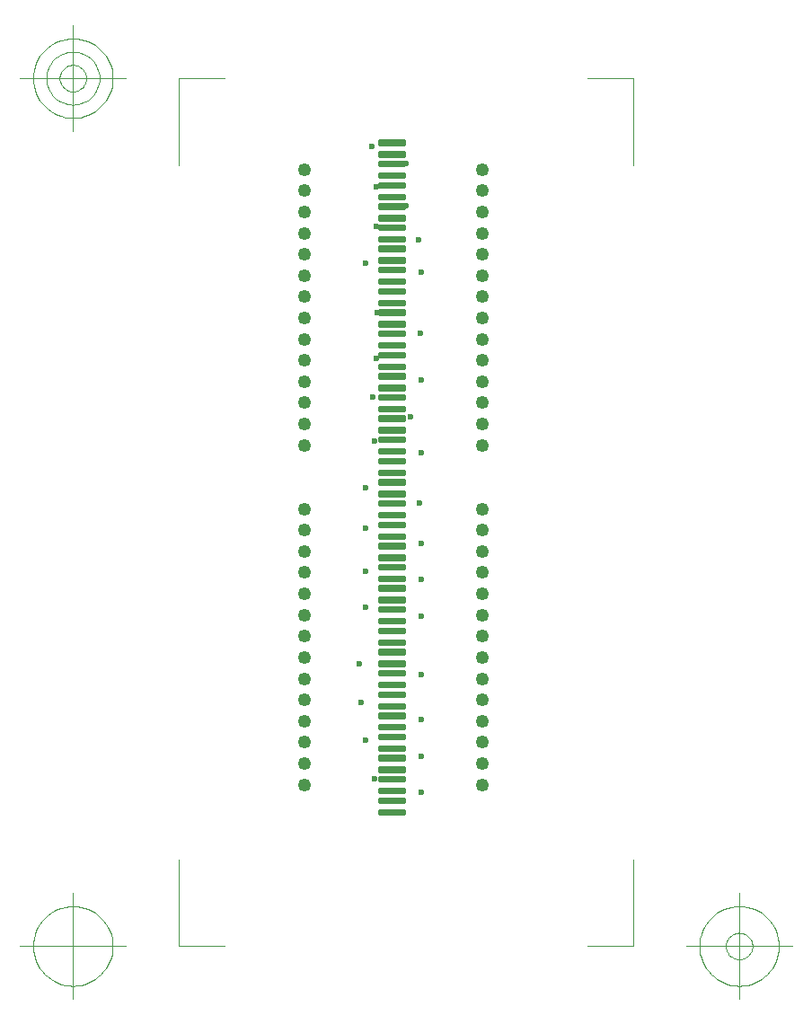
<source format=gbr>
G04 Generated by Ultiboard *
%FSLAX25Y25*%
%MOMM*%

%ADD10C,0.10000*%
%ADD11C,0.60000*%
%ADD12C,1.25000*%
%ADD13R,2.20000X0.20000*%
%ADD14C,0.40000*%


%LNSolder Mask Bottom*%
%LPD*%
%FSLAX25Y25*%
%MOMM*%
G54D10*
X-880000Y-880000D02*
X-880000Y-62000D01*
X-880000Y-880000D02*
X-452000Y-880000D01*
X3400000Y-880000D02*
X2972000Y-880000D01*
X3400000Y-880000D02*
X3400000Y-62000D01*
X3400000Y7300000D02*
X3400000Y6482000D01*
X3400000Y7300000D02*
X2972000Y7300000D01*
X-880000Y7300000D02*
X-452000Y7300000D01*
X-880000Y7300000D02*
X-880000Y6482000D01*
X-1380000Y-880000D02*
X-2380000Y-880000D01*
X-1880000Y-1380000D02*
X-1880000Y-380000D01*
X-1505000Y-880000D02*
X-1506806Y-843244D01*
X-1506806Y-843244D02*
X-1512206Y-806841D01*
X-1512206Y-806841D02*
X-1521147Y-771143D01*
X-1521147Y-771143D02*
X-1533545Y-736494D01*
X-1533545Y-736494D02*
X-1549280Y-703226D01*
X-1549280Y-703226D02*
X-1568199Y-671661D01*
X-1568199Y-671661D02*
X-1590121Y-642103D01*
X-1590121Y-642103D02*
X-1614835Y-614835D01*
X-1614835Y-614835D02*
X-1642103Y-590121D01*
X-1642103Y-590121D02*
X-1671661Y-568199D01*
X-1671661Y-568199D02*
X-1703226Y-549280D01*
X-1703226Y-549280D02*
X-1736494Y-533545D01*
X-1736494Y-533545D02*
X-1771143Y-521147D01*
X-1771143Y-521147D02*
X-1806841Y-512206D01*
X-1806841Y-512206D02*
X-1843244Y-506806D01*
X-1843244Y-506806D02*
X-1880000Y-505000D01*
X-1880000Y-505000D02*
X-1916756Y-506806D01*
X-1916756Y-506806D02*
X-1953159Y-512206D01*
X-1953159Y-512206D02*
X-1988857Y-521147D01*
X-1988857Y-521147D02*
X-2023506Y-533545D01*
X-2023506Y-533545D02*
X-2056774Y-549280D01*
X-2056774Y-549280D02*
X-2088339Y-568199D01*
X-2088339Y-568199D02*
X-2117897Y-590121D01*
X-2117897Y-590121D02*
X-2145165Y-614835D01*
X-2145165Y-614835D02*
X-2169879Y-642103D01*
X-2169879Y-642103D02*
X-2191801Y-671661D01*
X-2191801Y-671661D02*
X-2210720Y-703226D01*
X-2210720Y-703226D02*
X-2226455Y-736494D01*
X-2226455Y-736494D02*
X-2238853Y-771143D01*
X-2238853Y-771143D02*
X-2247794Y-806841D01*
X-2247794Y-806841D02*
X-2253194Y-843244D01*
X-2253194Y-843244D02*
X-2255000Y-880000D01*
X-2255000Y-880000D02*
X-2253194Y-916756D01*
X-2253194Y-916756D02*
X-2247794Y-953159D01*
X-2247794Y-953159D02*
X-2238853Y-988857D01*
X-2238853Y-988857D02*
X-2226455Y-1023506D01*
X-2226455Y-1023506D02*
X-2210720Y-1056774D01*
X-2210720Y-1056774D02*
X-2191801Y-1088339D01*
X-2191801Y-1088339D02*
X-2169879Y-1117897D01*
X-2169879Y-1117897D02*
X-2145165Y-1145165D01*
X-2145165Y-1145165D02*
X-2117897Y-1169879D01*
X-2117897Y-1169879D02*
X-2088339Y-1191801D01*
X-2088339Y-1191801D02*
X-2056774Y-1210720D01*
X-2056774Y-1210720D02*
X-2023506Y-1226455D01*
X-2023506Y-1226455D02*
X-1988857Y-1238853D01*
X-1988857Y-1238853D02*
X-1953159Y-1247794D01*
X-1953159Y-1247794D02*
X-1916756Y-1253194D01*
X-1916756Y-1253194D02*
X-1880000Y-1255000D01*
X-1880000Y-1255000D02*
X-1843244Y-1253194D01*
X-1843244Y-1253194D02*
X-1806841Y-1247794D01*
X-1806841Y-1247794D02*
X-1771143Y-1238853D01*
X-1771143Y-1238853D02*
X-1736494Y-1226455D01*
X-1736494Y-1226455D02*
X-1703226Y-1210720D01*
X-1703226Y-1210720D02*
X-1671661Y-1191801D01*
X-1671661Y-1191801D02*
X-1642103Y-1169879D01*
X-1642103Y-1169879D02*
X-1614835Y-1145165D01*
X-1614835Y-1145165D02*
X-1590121Y-1117897D01*
X-1590121Y-1117897D02*
X-1568199Y-1088339D01*
X-1568199Y-1088339D02*
X-1549280Y-1056774D01*
X-1549280Y-1056774D02*
X-1533545Y-1023506D01*
X-1533545Y-1023506D02*
X-1521147Y-988857D01*
X-1521147Y-988857D02*
X-1512206Y-953159D01*
X-1512206Y-953159D02*
X-1506806Y-916756D01*
X-1506806Y-916756D02*
X-1505000Y-880000D01*
X3900000Y-880000D02*
X4900000Y-880000D01*
X4400000Y-1380000D02*
X4400000Y-380000D01*
X4775000Y-880000D02*
X4773194Y-843244D01*
X4773194Y-843244D02*
X4767795Y-806841D01*
X4767795Y-806841D02*
X4758853Y-771143D01*
X4758853Y-771143D02*
X4746455Y-736494D01*
X4746455Y-736494D02*
X4730721Y-703226D01*
X4730721Y-703226D02*
X4711801Y-671661D01*
X4711801Y-671661D02*
X4689879Y-642103D01*
X4689879Y-642103D02*
X4665165Y-614835D01*
X4665165Y-614835D02*
X4637898Y-590121D01*
X4637898Y-590121D02*
X4608339Y-568199D01*
X4608339Y-568199D02*
X4576774Y-549280D01*
X4576774Y-549280D02*
X4543506Y-533545D01*
X4543506Y-533545D02*
X4508857Y-521147D01*
X4508857Y-521147D02*
X4473159Y-512206D01*
X4473159Y-512206D02*
X4436757Y-506806D01*
X4436757Y-506806D02*
X4400000Y-505000D01*
X4400000Y-505000D02*
X4363244Y-506806D01*
X4363244Y-506806D02*
X4326841Y-512206D01*
X4326841Y-512206D02*
X4291143Y-521147D01*
X4291143Y-521147D02*
X4256494Y-533545D01*
X4256494Y-533545D02*
X4223226Y-549280D01*
X4223226Y-549280D02*
X4191661Y-568199D01*
X4191661Y-568199D02*
X4162103Y-590121D01*
X4162103Y-590121D02*
X4134835Y-614835D01*
X4134835Y-614835D02*
X4110121Y-642103D01*
X4110121Y-642103D02*
X4088199Y-671661D01*
X4088199Y-671661D02*
X4069280Y-703226D01*
X4069280Y-703226D02*
X4053545Y-736494D01*
X4053545Y-736494D02*
X4041148Y-771143D01*
X4041148Y-771143D02*
X4032206Y-806841D01*
X4032206Y-806841D02*
X4026806Y-843244D01*
X4026806Y-843244D02*
X4025000Y-880000D01*
X4025000Y-880000D02*
X4026806Y-916756D01*
X4026806Y-916756D02*
X4032206Y-953159D01*
X4032206Y-953159D02*
X4041148Y-988857D01*
X4041148Y-988857D02*
X4053545Y-1023506D01*
X4053545Y-1023506D02*
X4069280Y-1056774D01*
X4069280Y-1056774D02*
X4088199Y-1088339D01*
X4088199Y-1088339D02*
X4110121Y-1117897D01*
X4110121Y-1117897D02*
X4134835Y-1145165D01*
X4134835Y-1145165D02*
X4162103Y-1169879D01*
X4162103Y-1169879D02*
X4191661Y-1191801D01*
X4191661Y-1191801D02*
X4223226Y-1210720D01*
X4223226Y-1210720D02*
X4256494Y-1226455D01*
X4256494Y-1226455D02*
X4291143Y-1238853D01*
X4291143Y-1238853D02*
X4326841Y-1247794D01*
X4326841Y-1247794D02*
X4363244Y-1253194D01*
X4363244Y-1253194D02*
X4400000Y-1255000D01*
X4400000Y-1255000D02*
X4436757Y-1253194D01*
X4436757Y-1253194D02*
X4473159Y-1247794D01*
X4473159Y-1247794D02*
X4508857Y-1238853D01*
X4508857Y-1238853D02*
X4543506Y-1226455D01*
X4543506Y-1226455D02*
X4576774Y-1210720D01*
X4576774Y-1210720D02*
X4608339Y-1191801D01*
X4608339Y-1191801D02*
X4637898Y-1169879D01*
X4637898Y-1169879D02*
X4665165Y-1145165D01*
X4665165Y-1145165D02*
X4689879Y-1117897D01*
X4689879Y-1117897D02*
X4711801Y-1088339D01*
X4711801Y-1088339D02*
X4730721Y-1056774D01*
X4730721Y-1056774D02*
X4746455Y-1023506D01*
X4746455Y-1023506D02*
X4758853Y-988857D01*
X4758853Y-988857D02*
X4767795Y-953159D01*
X4767795Y-953159D02*
X4773194Y-916756D01*
X4773194Y-916756D02*
X4775000Y-880000D01*
X4525000Y-880000D02*
X4524398Y-867748D01*
X4524398Y-867748D02*
X4522598Y-855614D01*
X4522598Y-855614D02*
X4519618Y-843715D01*
X4519618Y-843715D02*
X4515485Y-832165D01*
X4515485Y-832165D02*
X4510240Y-821076D01*
X4510240Y-821076D02*
X4503934Y-810554D01*
X4503934Y-810554D02*
X4496626Y-800701D01*
X4496626Y-800701D02*
X4488388Y-791612D01*
X4488388Y-791612D02*
X4479299Y-783374D01*
X4479299Y-783374D02*
X4469446Y-776066D01*
X4469446Y-776066D02*
X4458925Y-769760D01*
X4458925Y-769760D02*
X4447836Y-764515D01*
X4447836Y-764515D02*
X4436286Y-760383D01*
X4436286Y-760383D02*
X4424386Y-757402D01*
X4424386Y-757402D02*
X4412252Y-755602D01*
X4412252Y-755602D02*
X4400000Y-755000D01*
X4400000Y-755000D02*
X4387748Y-755602D01*
X4387748Y-755602D02*
X4375614Y-757402D01*
X4375614Y-757402D02*
X4363715Y-760383D01*
X4363715Y-760383D02*
X4352165Y-764515D01*
X4352165Y-764515D02*
X4341076Y-769760D01*
X4341076Y-769760D02*
X4330554Y-776066D01*
X4330554Y-776066D02*
X4320701Y-783374D01*
X4320701Y-783374D02*
X4311612Y-791612D01*
X4311612Y-791612D02*
X4303374Y-800701D01*
X4303374Y-800701D02*
X4296066Y-810554D01*
X4296066Y-810554D02*
X4289760Y-821076D01*
X4289760Y-821076D02*
X4284515Y-832165D01*
X4284515Y-832165D02*
X4280383Y-843715D01*
X4280383Y-843715D02*
X4277402Y-855614D01*
X4277402Y-855614D02*
X4275602Y-867748D01*
X4275602Y-867748D02*
X4275000Y-880000D01*
X4275000Y-880000D02*
X4275602Y-892252D01*
X4275602Y-892252D02*
X4277402Y-904386D01*
X4277402Y-904386D02*
X4280383Y-916286D01*
X4280383Y-916286D02*
X4284515Y-927835D01*
X4284515Y-927835D02*
X4289760Y-938925D01*
X4289760Y-938925D02*
X4296066Y-949446D01*
X4296066Y-949446D02*
X4303374Y-959299D01*
X4303374Y-959299D02*
X4311612Y-968388D01*
X4311612Y-968388D02*
X4320701Y-976626D01*
X4320701Y-976626D02*
X4330554Y-983934D01*
X4330554Y-983934D02*
X4341076Y-990240D01*
X4341076Y-990240D02*
X4352165Y-995485D01*
X4352165Y-995485D02*
X4363715Y-999618D01*
X4363715Y-999618D02*
X4375614Y-1002598D01*
X4375614Y-1002598D02*
X4387748Y-1004398D01*
X4387748Y-1004398D02*
X4400000Y-1005000D01*
X4400000Y-1005000D02*
X4412252Y-1004398D01*
X4412252Y-1004398D02*
X4424386Y-1002598D01*
X4424386Y-1002598D02*
X4436286Y-999618D01*
X4436286Y-999618D02*
X4447836Y-995485D01*
X4447836Y-995485D02*
X4458925Y-990240D01*
X4458925Y-990240D02*
X4469446Y-983934D01*
X4469446Y-983934D02*
X4479299Y-976626D01*
X4479299Y-976626D02*
X4488388Y-968388D01*
X4488388Y-968388D02*
X4496626Y-959299D01*
X4496626Y-959299D02*
X4503934Y-949446D01*
X4503934Y-949446D02*
X4510240Y-938925D01*
X4510240Y-938925D02*
X4515485Y-927835D01*
X4515485Y-927835D02*
X4519618Y-916286D01*
X4519618Y-916286D02*
X4522598Y-904386D01*
X4522598Y-904386D02*
X4524398Y-892252D01*
X4524398Y-892252D02*
X4525000Y-880000D01*
X-1380000Y7300000D02*
X-2380000Y7300000D01*
X-1880000Y6800000D02*
X-1880000Y7800000D01*
X-1505000Y7300000D02*
X-1506806Y7336757D01*
X-1506806Y7336757D02*
X-1512206Y7373159D01*
X-1512206Y7373159D02*
X-1521147Y7408857D01*
X-1521147Y7408857D02*
X-1533545Y7443506D01*
X-1533545Y7443506D02*
X-1549280Y7476774D01*
X-1549280Y7476774D02*
X-1568199Y7508339D01*
X-1568199Y7508339D02*
X-1590121Y7537898D01*
X-1590121Y7537898D02*
X-1614835Y7565165D01*
X-1614835Y7565165D02*
X-1642103Y7589879D01*
X-1642103Y7589879D02*
X-1671661Y7611801D01*
X-1671661Y7611801D02*
X-1703226Y7630721D01*
X-1703226Y7630721D02*
X-1736494Y7646455D01*
X-1736494Y7646455D02*
X-1771143Y7658853D01*
X-1771143Y7658853D02*
X-1806841Y7667795D01*
X-1806841Y7667795D02*
X-1843244Y7673194D01*
X-1843244Y7673194D02*
X-1880000Y7675000D01*
X-1880000Y7675000D02*
X-1916756Y7673194D01*
X-1916756Y7673194D02*
X-1953159Y7667795D01*
X-1953159Y7667795D02*
X-1988857Y7658853D01*
X-1988857Y7658853D02*
X-2023506Y7646455D01*
X-2023506Y7646455D02*
X-2056774Y7630721D01*
X-2056774Y7630721D02*
X-2088339Y7611801D01*
X-2088339Y7611801D02*
X-2117897Y7589879D01*
X-2117897Y7589879D02*
X-2145165Y7565165D01*
X-2145165Y7565165D02*
X-2169879Y7537898D01*
X-2169879Y7537898D02*
X-2191801Y7508339D01*
X-2191801Y7508339D02*
X-2210720Y7476774D01*
X-2210720Y7476774D02*
X-2226455Y7443506D01*
X-2226455Y7443506D02*
X-2238853Y7408857D01*
X-2238853Y7408857D02*
X-2247794Y7373159D01*
X-2247794Y7373159D02*
X-2253194Y7336757D01*
X-2253194Y7336757D02*
X-2255000Y7300000D01*
X-2255000Y7300000D02*
X-2253194Y7263244D01*
X-2253194Y7263244D02*
X-2247794Y7226841D01*
X-2247794Y7226841D02*
X-2238853Y7191143D01*
X-2238853Y7191143D02*
X-2226455Y7156494D01*
X-2226455Y7156494D02*
X-2210720Y7123226D01*
X-2210720Y7123226D02*
X-2191801Y7091661D01*
X-2191801Y7091661D02*
X-2169879Y7062103D01*
X-2169879Y7062103D02*
X-2145165Y7034835D01*
X-2145165Y7034835D02*
X-2117897Y7010121D01*
X-2117897Y7010121D02*
X-2088339Y6988199D01*
X-2088339Y6988199D02*
X-2056774Y6969280D01*
X-2056774Y6969280D02*
X-2023506Y6953545D01*
X-2023506Y6953545D02*
X-1988857Y6941148D01*
X-1988857Y6941148D02*
X-1953159Y6932206D01*
X-1953159Y6932206D02*
X-1916756Y6926806D01*
X-1916756Y6926806D02*
X-1880000Y6925000D01*
X-1880000Y6925000D02*
X-1843244Y6926806D01*
X-1843244Y6926806D02*
X-1806841Y6932206D01*
X-1806841Y6932206D02*
X-1771143Y6941148D01*
X-1771143Y6941148D02*
X-1736494Y6953545D01*
X-1736494Y6953545D02*
X-1703226Y6969280D01*
X-1703226Y6969280D02*
X-1671661Y6988199D01*
X-1671661Y6988199D02*
X-1642103Y7010121D01*
X-1642103Y7010121D02*
X-1614835Y7034835D01*
X-1614835Y7034835D02*
X-1590121Y7062103D01*
X-1590121Y7062103D02*
X-1568199Y7091661D01*
X-1568199Y7091661D02*
X-1549280Y7123226D01*
X-1549280Y7123226D02*
X-1533545Y7156494D01*
X-1533545Y7156494D02*
X-1521147Y7191143D01*
X-1521147Y7191143D02*
X-1512206Y7226841D01*
X-1512206Y7226841D02*
X-1506806Y7263244D01*
X-1506806Y7263244D02*
X-1505000Y7300000D01*
X-1630000Y7300000D02*
X-1631204Y7324504D01*
X-1631204Y7324504D02*
X-1634804Y7348773D01*
X-1634804Y7348773D02*
X-1640765Y7372571D01*
X-1640765Y7372571D02*
X-1649030Y7395671D01*
X-1649030Y7395671D02*
X-1659520Y7417849D01*
X-1659520Y7417849D02*
X-1672133Y7438893D01*
X-1672133Y7438893D02*
X-1686747Y7458598D01*
X-1686747Y7458598D02*
X-1703223Y7476777D01*
X-1703223Y7476777D02*
X-1721402Y7493253D01*
X-1721402Y7493253D02*
X-1741108Y7507868D01*
X-1741108Y7507868D02*
X-1762151Y7520480D01*
X-1762151Y7520480D02*
X-1784329Y7530970D01*
X-1784329Y7530970D02*
X-1807429Y7539235D01*
X-1807429Y7539235D02*
X-1831228Y7545196D01*
X-1831228Y7545196D02*
X-1855496Y7548796D01*
X-1855496Y7548796D02*
X-1880000Y7550000D01*
X-1880000Y7550000D02*
X-1904504Y7548796D01*
X-1904504Y7548796D02*
X-1928773Y7545196D01*
X-1928773Y7545196D02*
X-1952571Y7539235D01*
X-1952571Y7539235D02*
X-1975671Y7530970D01*
X-1975671Y7530970D02*
X-1997849Y7520480D01*
X-1997849Y7520480D02*
X-2018893Y7507868D01*
X-2018893Y7507868D02*
X-2038598Y7493253D01*
X-2038598Y7493253D02*
X-2056777Y7476777D01*
X-2056777Y7476777D02*
X-2073253Y7458598D01*
X-2073253Y7458598D02*
X-2087867Y7438893D01*
X-2087867Y7438893D02*
X-2100480Y7417849D01*
X-2100480Y7417849D02*
X-2110970Y7395671D01*
X-2110970Y7395671D02*
X-2119235Y7372571D01*
X-2119235Y7372571D02*
X-2125196Y7348773D01*
X-2125196Y7348773D02*
X-2128796Y7324504D01*
X-2128796Y7324504D02*
X-2130000Y7300000D01*
X-2130000Y7300000D02*
X-2128796Y7275496D01*
X-2128796Y7275496D02*
X-2125196Y7251228D01*
X-2125196Y7251228D02*
X-2119235Y7227429D01*
X-2119235Y7227429D02*
X-2110970Y7204329D01*
X-2110970Y7204329D02*
X-2100480Y7182151D01*
X-2100480Y7182151D02*
X-2087867Y7161108D01*
X-2087867Y7161108D02*
X-2073253Y7141402D01*
X-2073253Y7141402D02*
X-2056777Y7123223D01*
X-2056777Y7123223D02*
X-2038598Y7106748D01*
X-2038598Y7106748D02*
X-2018893Y7092133D01*
X-2018893Y7092133D02*
X-1997849Y7079520D01*
X-1997849Y7079520D02*
X-1975671Y7069030D01*
X-1975671Y7069030D02*
X-1952571Y7060765D01*
X-1952571Y7060765D02*
X-1928773Y7054804D01*
X-1928773Y7054804D02*
X-1904504Y7051204D01*
X-1904504Y7051204D02*
X-1880000Y7050000D01*
X-1880000Y7050000D02*
X-1855496Y7051204D01*
X-1855496Y7051204D02*
X-1831228Y7054804D01*
X-1831228Y7054804D02*
X-1807429Y7060765D01*
X-1807429Y7060765D02*
X-1784329Y7069030D01*
X-1784329Y7069030D02*
X-1762151Y7079520D01*
X-1762151Y7079520D02*
X-1741108Y7092133D01*
X-1741108Y7092133D02*
X-1721402Y7106748D01*
X-1721402Y7106748D02*
X-1703223Y7123223D01*
X-1703223Y7123223D02*
X-1686747Y7141402D01*
X-1686747Y7141402D02*
X-1672133Y7161108D01*
X-1672133Y7161108D02*
X-1659520Y7182151D01*
X-1659520Y7182151D02*
X-1649030Y7204329D01*
X-1649030Y7204329D02*
X-1640765Y7227429D01*
X-1640765Y7227429D02*
X-1634804Y7251228D01*
X-1634804Y7251228D02*
X-1631204Y7275496D01*
X-1631204Y7275496D02*
X-1630000Y7300000D01*
X-1755000Y7300000D02*
X-1755602Y7312252D01*
X-1755602Y7312252D02*
X-1757402Y7324386D01*
X-1757402Y7324386D02*
X-1760383Y7336286D01*
X-1760383Y7336286D02*
X-1764515Y7347836D01*
X-1764515Y7347836D02*
X-1769760Y7358925D01*
X-1769760Y7358925D02*
X-1776066Y7369446D01*
X-1776066Y7369446D02*
X-1783374Y7379299D01*
X-1783374Y7379299D02*
X-1791612Y7388388D01*
X-1791612Y7388388D02*
X-1800701Y7396626D01*
X-1800701Y7396626D02*
X-1810554Y7403934D01*
X-1810554Y7403934D02*
X-1821076Y7410240D01*
X-1821076Y7410240D02*
X-1832165Y7415485D01*
X-1832165Y7415485D02*
X-1843715Y7419618D01*
X-1843715Y7419618D02*
X-1855614Y7422598D01*
X-1855614Y7422598D02*
X-1867748Y7424398D01*
X-1867748Y7424398D02*
X-1880000Y7425000D01*
X-1880000Y7425000D02*
X-1892252Y7424398D01*
X-1892252Y7424398D02*
X-1904386Y7422598D01*
X-1904386Y7422598D02*
X-1916286Y7419618D01*
X-1916286Y7419618D02*
X-1927835Y7415485D01*
X-1927835Y7415485D02*
X-1938925Y7410240D01*
X-1938925Y7410240D02*
X-1949446Y7403934D01*
X-1949446Y7403934D02*
X-1959299Y7396626D01*
X-1959299Y7396626D02*
X-1968388Y7388388D01*
X-1968388Y7388388D02*
X-1976626Y7379299D01*
X-1976626Y7379299D02*
X-1983934Y7369446D01*
X-1983934Y7369446D02*
X-1990240Y7358925D01*
X-1990240Y7358925D02*
X-1995485Y7347836D01*
X-1995485Y7347836D02*
X-1999618Y7336286D01*
X-1999618Y7336286D02*
X-2002598Y7324386D01*
X-2002598Y7324386D02*
X-2004398Y7312252D01*
X-2004398Y7312252D02*
X-2005000Y7300000D01*
X-2005000Y7300000D02*
X-2004398Y7287748D01*
X-2004398Y7287748D02*
X-2002598Y7275614D01*
X-2002598Y7275614D02*
X-1999618Y7263715D01*
X-1999618Y7263715D02*
X-1995485Y7252165D01*
X-1995485Y7252165D02*
X-1990240Y7241076D01*
X-1990240Y7241076D02*
X-1983934Y7230554D01*
X-1983934Y7230554D02*
X-1976626Y7220701D01*
X-1976626Y7220701D02*
X-1968388Y7211612D01*
X-1968388Y7211612D02*
X-1959299Y7203374D01*
X-1959299Y7203374D02*
X-1949446Y7196066D01*
X-1949446Y7196066D02*
X-1938925Y7189760D01*
X-1938925Y7189760D02*
X-1927835Y7184515D01*
X-1927835Y7184515D02*
X-1916286Y7180383D01*
X-1916286Y7180383D02*
X-1904386Y7177402D01*
X-1904386Y7177402D02*
X-1892252Y7175602D01*
X-1892252Y7175602D02*
X-1880000Y7175000D01*
X-1880000Y7175000D02*
X-1867748Y7175602D01*
X-1867748Y7175602D02*
X-1855614Y7177402D01*
X-1855614Y7177402D02*
X-1843715Y7180383D01*
X-1843715Y7180383D02*
X-1832165Y7184515D01*
X-1832165Y7184515D02*
X-1821076Y7189760D01*
X-1821076Y7189760D02*
X-1810554Y7196066D01*
X-1810554Y7196066D02*
X-1800701Y7203374D01*
X-1800701Y7203374D02*
X-1791612Y7211612D01*
X-1791612Y7211612D02*
X-1783374Y7220701D01*
X-1783374Y7220701D02*
X-1776066Y7230554D01*
X-1776066Y7230554D02*
X-1769760Y7241076D01*
X-1769760Y7241076D02*
X-1764515Y7252165D01*
X-1764515Y7252165D02*
X-1760383Y7263715D01*
X-1760383Y7263715D02*
X-1757402Y7275614D01*
X-1757402Y7275614D02*
X-1755602Y7287748D01*
X-1755602Y7287748D02*
X-1755000Y7300000D01*
G54D11*
X840000Y1420000D03*
X960000Y700000D03*
X1400000Y572400D03*
X880000Y1060000D03*
X1400000Y912400D03*
X1400000Y1252400D03*
X820000Y1780000D03*
X880000Y2312400D03*
X1400000Y1680000D03*
X1400000Y2232400D03*
X880000Y2652400D03*
X880000Y3060000D03*
X1400000Y2572400D03*
X1400000Y2912400D03*
X880000Y3440000D03*
X960000Y3880000D03*
X1385000Y3295000D03*
X1400000Y3772400D03*
X945000Y4295000D03*
X980000Y4660000D03*
X1300000Y4112400D03*
X1400000Y4452400D03*
X880000Y5552400D03*
X985000Y5095000D03*
X1395000Y4895000D03*
X1400000Y5472400D03*
X980000Y5900000D03*
X980000Y6280000D03*
X1380000Y5780000D03*
X1260000Y6100000D03*
X940000Y6660000D03*
X1260000Y6500000D03*
G54D12*
X300000Y6440000D03*
X300000Y4840000D03*
X300000Y4040000D03*
X300000Y3840000D03*
X300000Y4440000D03*
X300000Y4240000D03*
X300000Y4640000D03*
X300000Y5640000D03*
X300000Y5240000D03*
X300000Y5040000D03*
X300000Y5440000D03*
X300000Y6040000D03*
X300000Y5840000D03*
X300000Y6240000D03*
X1980000Y6440000D03*
X1980000Y4840000D03*
X1980000Y4040000D03*
X1980000Y3840000D03*
X1980000Y4240000D03*
X1980000Y4640000D03*
X1980000Y4440000D03*
X1980000Y5640000D03*
X1980000Y5040000D03*
X1980000Y5440000D03*
X1980000Y5240000D03*
X1980000Y5840000D03*
X1980000Y6240000D03*
X1980000Y6040000D03*
X300000Y3240000D03*
X300000Y1640000D03*
X300000Y840000D03*
X300000Y640000D03*
X300000Y1240000D03*
X300000Y1040000D03*
X300000Y1440000D03*
X300000Y2440000D03*
X300000Y2040000D03*
X300000Y1840000D03*
X300000Y2240000D03*
X300000Y2840000D03*
X300000Y2640000D03*
X300000Y3040000D03*
X1980000Y3240000D03*
X1980000Y1640000D03*
X1980000Y840000D03*
X1980000Y640000D03*
X1980000Y1040000D03*
X1980000Y1440000D03*
X1980000Y1240000D03*
X1980000Y2440000D03*
X1980000Y1840000D03*
X1980000Y2240000D03*
X1980000Y2040000D03*
X1980000Y2640000D03*
X1980000Y3040000D03*
X1980000Y2840000D03*
G54D13*
X1120000Y6385000D03*
X1120000Y6495000D03*
X1120000Y3185000D03*
X1120000Y3295000D03*
X1120000Y1585000D03*
X1120000Y1695000D03*
X1120000Y785000D03*
X1120000Y895000D03*
X1120000Y585000D03*
X1120000Y695000D03*
X1120000Y385000D03*
X1120000Y495000D03*
X1120000Y985000D03*
X1120000Y1095000D03*
X1120000Y1385000D03*
X1120000Y1495000D03*
X1120000Y1185000D03*
X1120000Y1295000D03*
X1120000Y2385000D03*
X1120000Y2495000D03*
X1120000Y1785000D03*
X1120000Y1895000D03*
X1120000Y2185000D03*
X1120000Y2295000D03*
X1120000Y1985000D03*
X1120000Y2095000D03*
X1120000Y2585000D03*
X1120000Y2695000D03*
X1120000Y2985000D03*
X1120000Y3095000D03*
X1120000Y2785000D03*
X1120000Y2895000D03*
X1120000Y4785000D03*
X1120000Y4895000D03*
X1120000Y3985000D03*
X1120000Y4095000D03*
X1120000Y3385000D03*
X1120000Y3495000D03*
X1120000Y3785000D03*
X1120000Y3895000D03*
X1120000Y3585000D03*
X1120000Y3695000D03*
X1120000Y4185000D03*
X1120000Y4295000D03*
X1120000Y4585000D03*
X1120000Y4695000D03*
X1120000Y4385000D03*
X1120000Y4495000D03*
X1120000Y5585000D03*
X1120000Y5695000D03*
X1120000Y4985000D03*
X1120000Y5095000D03*
X1120000Y5385000D03*
X1120000Y5495000D03*
X1120000Y5185000D03*
X1120000Y5295000D03*
X1120000Y5785000D03*
X1120000Y5895000D03*
X1120000Y6185000D03*
X1120000Y6295000D03*
X1120000Y5985000D03*
X1120000Y6095000D03*
X1120000Y6585000D03*
X1120000Y6695000D03*
G54D14*
X1010000Y6375000D02*
X1230000Y6375000D01*
X1230000Y6395000D01*
X1010000Y6395000D01*
X1010000Y6375000D01*D02*
X1010000Y6485000D02*
X1230000Y6485000D01*
X1230000Y6505000D01*
X1010000Y6505000D01*
X1010000Y6485000D01*D02*
X1010000Y3175000D02*
X1230000Y3175000D01*
X1230000Y3195000D01*
X1010000Y3195000D01*
X1010000Y3175000D01*D02*
X1010000Y3285000D02*
X1230000Y3285000D01*
X1230000Y3305000D01*
X1010000Y3305000D01*
X1010000Y3285000D01*D02*
X1010000Y1575000D02*
X1230000Y1575000D01*
X1230000Y1595000D01*
X1010000Y1595000D01*
X1010000Y1575000D01*D02*
X1010000Y1685000D02*
X1230000Y1685000D01*
X1230000Y1705000D01*
X1010000Y1705000D01*
X1010000Y1685000D01*D02*
X1010000Y775000D02*
X1230000Y775000D01*
X1230000Y795000D01*
X1010000Y795000D01*
X1010000Y775000D01*D02*
X1010000Y885000D02*
X1230000Y885000D01*
X1230000Y905000D01*
X1010000Y905000D01*
X1010000Y885000D01*D02*
X1010000Y575000D02*
X1230000Y575000D01*
X1230000Y595000D01*
X1010000Y595000D01*
X1010000Y575000D01*D02*
X1010000Y685000D02*
X1230000Y685000D01*
X1230000Y705000D01*
X1010000Y705000D01*
X1010000Y685000D01*D02*
X1010000Y375000D02*
X1230000Y375000D01*
X1230000Y395000D01*
X1010000Y395000D01*
X1010000Y375000D01*D02*
X1010000Y485000D02*
X1230000Y485000D01*
X1230000Y505000D01*
X1010000Y505000D01*
X1010000Y485000D01*D02*
X1010000Y975000D02*
X1230000Y975000D01*
X1230000Y995000D01*
X1010000Y995000D01*
X1010000Y975000D01*D02*
X1010000Y1085000D02*
X1230000Y1085000D01*
X1230000Y1105000D01*
X1010000Y1105000D01*
X1010000Y1085000D01*D02*
X1010000Y1375000D02*
X1230000Y1375000D01*
X1230000Y1395000D01*
X1010000Y1395000D01*
X1010000Y1375000D01*D02*
X1010000Y1485000D02*
X1230000Y1485000D01*
X1230000Y1505000D01*
X1010000Y1505000D01*
X1010000Y1485000D01*D02*
X1010000Y1175000D02*
X1230000Y1175000D01*
X1230000Y1195000D01*
X1010000Y1195000D01*
X1010000Y1175000D01*D02*
X1010000Y1285000D02*
X1230000Y1285000D01*
X1230000Y1305000D01*
X1010000Y1305000D01*
X1010000Y1285000D01*D02*
X1010000Y2375000D02*
X1230000Y2375000D01*
X1230000Y2395000D01*
X1010000Y2395000D01*
X1010000Y2375000D01*D02*
X1010000Y2485000D02*
X1230000Y2485000D01*
X1230000Y2505000D01*
X1010000Y2505000D01*
X1010000Y2485000D01*D02*
X1010000Y1775000D02*
X1230000Y1775000D01*
X1230000Y1795000D01*
X1010000Y1795000D01*
X1010000Y1775000D01*D02*
X1010000Y1885000D02*
X1230000Y1885000D01*
X1230000Y1905000D01*
X1010000Y1905000D01*
X1010000Y1885000D01*D02*
X1010000Y2175000D02*
X1230000Y2175000D01*
X1230000Y2195000D01*
X1010000Y2195000D01*
X1010000Y2175000D01*D02*
X1010000Y2285000D02*
X1230000Y2285000D01*
X1230000Y2305000D01*
X1010000Y2305000D01*
X1010000Y2285000D01*D02*
X1010000Y1975000D02*
X1230000Y1975000D01*
X1230000Y1995000D01*
X1010000Y1995000D01*
X1010000Y1975000D01*D02*
X1010000Y2085000D02*
X1230000Y2085000D01*
X1230000Y2105000D01*
X1010000Y2105000D01*
X1010000Y2085000D01*D02*
X1010000Y2575000D02*
X1230000Y2575000D01*
X1230000Y2595000D01*
X1010000Y2595000D01*
X1010000Y2575000D01*D02*
X1010000Y2685000D02*
X1230000Y2685000D01*
X1230000Y2705000D01*
X1010000Y2705000D01*
X1010000Y2685000D01*D02*
X1010000Y2975000D02*
X1230000Y2975000D01*
X1230000Y2995000D01*
X1010000Y2995000D01*
X1010000Y2975000D01*D02*
X1010000Y3085000D02*
X1230000Y3085000D01*
X1230000Y3105000D01*
X1010000Y3105000D01*
X1010000Y3085000D01*D02*
X1010000Y2775000D02*
X1230000Y2775000D01*
X1230000Y2795000D01*
X1010000Y2795000D01*
X1010000Y2775000D01*D02*
X1010000Y2885000D02*
X1230000Y2885000D01*
X1230000Y2905000D01*
X1010000Y2905000D01*
X1010000Y2885000D01*D02*
X1010000Y4775000D02*
X1230000Y4775000D01*
X1230000Y4795000D01*
X1010000Y4795000D01*
X1010000Y4775000D01*D02*
X1010000Y4885000D02*
X1230000Y4885000D01*
X1230000Y4905000D01*
X1010000Y4905000D01*
X1010000Y4885000D01*D02*
X1010000Y3975000D02*
X1230000Y3975000D01*
X1230000Y3995000D01*
X1010000Y3995000D01*
X1010000Y3975000D01*D02*
X1010000Y4085000D02*
X1230000Y4085000D01*
X1230000Y4105000D01*
X1010000Y4105000D01*
X1010000Y4085000D01*D02*
X1010000Y3375000D02*
X1230000Y3375000D01*
X1230000Y3395000D01*
X1010000Y3395000D01*
X1010000Y3375000D01*D02*
X1010000Y3485000D02*
X1230000Y3485000D01*
X1230000Y3505000D01*
X1010000Y3505000D01*
X1010000Y3485000D01*D02*
X1010000Y3775000D02*
X1230000Y3775000D01*
X1230000Y3795000D01*
X1010000Y3795000D01*
X1010000Y3775000D01*D02*
X1010000Y3885000D02*
X1230000Y3885000D01*
X1230000Y3905000D01*
X1010000Y3905000D01*
X1010000Y3885000D01*D02*
X1010000Y3575000D02*
X1230000Y3575000D01*
X1230000Y3595000D01*
X1010000Y3595000D01*
X1010000Y3575000D01*D02*
X1010000Y3685000D02*
X1230000Y3685000D01*
X1230000Y3705000D01*
X1010000Y3705000D01*
X1010000Y3685000D01*D02*
X1010000Y4175000D02*
X1230000Y4175000D01*
X1230000Y4195000D01*
X1010000Y4195000D01*
X1010000Y4175000D01*D02*
X1010000Y4285000D02*
X1230000Y4285000D01*
X1230000Y4305000D01*
X1010000Y4305000D01*
X1010000Y4285000D01*D02*
X1010000Y4575000D02*
X1230000Y4575000D01*
X1230000Y4595000D01*
X1010000Y4595000D01*
X1010000Y4575000D01*D02*
X1010000Y4685000D02*
X1230000Y4685000D01*
X1230000Y4705000D01*
X1010000Y4705000D01*
X1010000Y4685000D01*D02*
X1010000Y4375000D02*
X1230000Y4375000D01*
X1230000Y4395000D01*
X1010000Y4395000D01*
X1010000Y4375000D01*D02*
X1010000Y4485000D02*
X1230000Y4485000D01*
X1230000Y4505000D01*
X1010000Y4505000D01*
X1010000Y4485000D01*D02*
X1010000Y5575000D02*
X1230000Y5575000D01*
X1230000Y5595000D01*
X1010000Y5595000D01*
X1010000Y5575000D01*D02*
X1010000Y5685000D02*
X1230000Y5685000D01*
X1230000Y5705000D01*
X1010000Y5705000D01*
X1010000Y5685000D01*D02*
X1010000Y4975000D02*
X1230000Y4975000D01*
X1230000Y4995000D01*
X1010000Y4995000D01*
X1010000Y4975000D01*D02*
X1010000Y5085000D02*
X1230000Y5085000D01*
X1230000Y5105000D01*
X1010000Y5105000D01*
X1010000Y5085000D01*D02*
X1010000Y5375000D02*
X1230000Y5375000D01*
X1230000Y5395000D01*
X1010000Y5395000D01*
X1010000Y5375000D01*D02*
X1010000Y5485000D02*
X1230000Y5485000D01*
X1230000Y5505000D01*
X1010000Y5505000D01*
X1010000Y5485000D01*D02*
X1010000Y5175000D02*
X1230000Y5175000D01*
X1230000Y5195000D01*
X1010000Y5195000D01*
X1010000Y5175000D01*D02*
X1010000Y5285000D02*
X1230000Y5285000D01*
X1230000Y5305000D01*
X1010000Y5305000D01*
X1010000Y5285000D01*D02*
X1010000Y5775000D02*
X1230000Y5775000D01*
X1230000Y5795000D01*
X1010000Y5795000D01*
X1010000Y5775000D01*D02*
X1010000Y5885000D02*
X1230000Y5885000D01*
X1230000Y5905000D01*
X1010000Y5905000D01*
X1010000Y5885000D01*D02*
X1010000Y6175000D02*
X1230000Y6175000D01*
X1230000Y6195000D01*
X1010000Y6195000D01*
X1010000Y6175000D01*D02*
X1010000Y6285000D02*
X1230000Y6285000D01*
X1230000Y6305000D01*
X1010000Y6305000D01*
X1010000Y6285000D01*D02*
X1010000Y5975000D02*
X1230000Y5975000D01*
X1230000Y5995000D01*
X1010000Y5995000D01*
X1010000Y5975000D01*D02*
X1010000Y6085000D02*
X1230000Y6085000D01*
X1230000Y6105000D01*
X1010000Y6105000D01*
X1010000Y6085000D01*D02*
X1010000Y6575000D02*
X1230000Y6575000D01*
X1230000Y6595000D01*
X1010000Y6595000D01*
X1010000Y6575000D01*D02*
X1010000Y6685000D02*
X1230000Y6685000D01*
X1230000Y6705000D01*
X1010000Y6705000D01*
X1010000Y6685000D01*D02*

M00*

</source>
